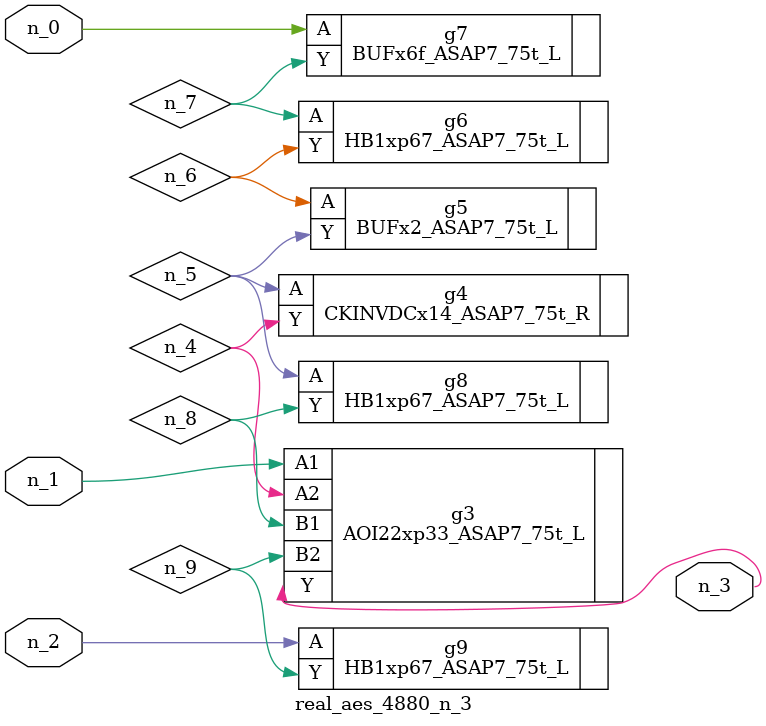
<source format=v>
module real_aes_4880_n_3 (n_0, n_2, n_1, n_3);
input n_0;
input n_2;
input n_1;
output n_3;
wire n_4;
wire n_5;
wire n_7;
wire n_8;
wire n_9;
wire n_6;
BUFx6f_ASAP7_75t_L g7 ( .A(n_0), .Y(n_7) );
AOI22xp33_ASAP7_75t_L g3 ( .A1(n_1), .A2(n_4), .B1(n_8), .B2(n_9), .Y(n_3) );
HB1xp67_ASAP7_75t_L g9 ( .A(n_2), .Y(n_9) );
CKINVDCx14_ASAP7_75t_R g4 ( .A(n_5), .Y(n_4) );
HB1xp67_ASAP7_75t_L g8 ( .A(n_5), .Y(n_8) );
BUFx2_ASAP7_75t_L g5 ( .A(n_6), .Y(n_5) );
HB1xp67_ASAP7_75t_L g6 ( .A(n_7), .Y(n_6) );
endmodule
</source>
